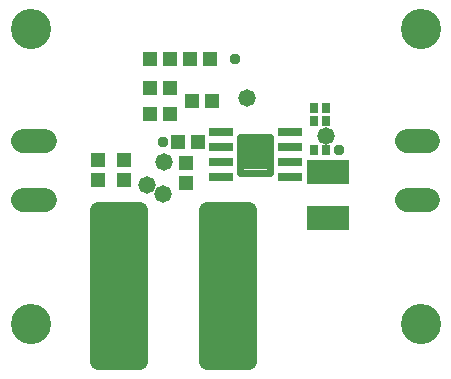
<source format=gbr>
G04 EAGLE Gerber RS-274X export*
G75*
%MOMM*%
%FSLAX34Y34*%
%LPD*%
%INSoldermask Top*%
%IPPOS*%
%AMOC8*
5,1,8,0,0,1.08239X$1,22.5*%
G01*
%ADD10R,2.103200X0.803200*%
%ADD11C,0.630638*%
%ADD12R,1.303200X1.203200*%
%ADD13R,0.803200X0.903200*%
%ADD14R,1.203200X1.303200*%
%ADD15C,1.386894*%
%ADD16R,3.603200X2.103200*%
%ADD17C,1.993900*%
%ADD18C,3.403200*%
%ADD19C,1.473200*%
%ADD20C,0.959600*%


D10*
X269000Y186650D03*
X211000Y186650D03*
X269000Y173950D03*
X269000Y199350D03*
X269000Y212050D03*
X211000Y173950D03*
X211000Y199350D03*
X211000Y212050D03*
D11*
X227387Y207863D02*
X252613Y207863D01*
X252613Y178137D01*
X227387Y178137D01*
X227387Y207863D01*
X227387Y184128D02*
X252613Y184128D01*
X252613Y190119D02*
X227387Y190119D01*
X227387Y196110D02*
X252613Y196110D01*
X252613Y202101D02*
X227387Y202101D01*
D12*
X191500Y204000D03*
X174500Y204000D03*
D13*
X300000Y233000D03*
X290000Y233000D03*
D14*
X181000Y186500D03*
X181000Y169500D03*
D15*
X199168Y146082D02*
X199168Y17918D01*
X199168Y146082D02*
X234832Y146082D01*
X234832Y17918D01*
X199168Y17918D01*
X199168Y31094D02*
X234832Y31094D01*
X234832Y44270D02*
X199168Y44270D01*
X199168Y57446D02*
X234832Y57446D01*
X234832Y70622D02*
X199168Y70622D01*
X199168Y83798D02*
X234832Y83798D01*
X234832Y96974D02*
X199168Y96974D01*
X199168Y110150D02*
X234832Y110150D01*
X234832Y123326D02*
X199168Y123326D01*
X199168Y136502D02*
X234832Y136502D01*
X107168Y146082D02*
X107168Y17918D01*
X107168Y146082D02*
X142832Y146082D01*
X142832Y17918D01*
X107168Y17918D01*
X107168Y31094D02*
X142832Y31094D01*
X142832Y44270D02*
X107168Y44270D01*
X107168Y57446D02*
X142832Y57446D01*
X142832Y70622D02*
X107168Y70622D01*
X107168Y83798D02*
X142832Y83798D01*
X142832Y96974D02*
X107168Y96974D01*
X107168Y110150D02*
X142832Y110150D01*
X142832Y123326D02*
X107168Y123326D01*
X107168Y136502D02*
X142832Y136502D01*
D12*
X186500Y239000D03*
X203500Y239000D03*
D14*
X167500Y274000D03*
X150500Y274000D03*
X201500Y274000D03*
X184500Y274000D03*
X129000Y171500D03*
X129000Y188500D03*
X107000Y171500D03*
X107000Y188500D03*
D16*
X302000Y178500D03*
X302000Y139500D03*
D17*
X368347Y205000D02*
X386254Y205000D01*
X386254Y155000D02*
X368347Y155000D01*
D18*
X50000Y300000D03*
X50000Y50000D03*
X380000Y50000D03*
D17*
X61654Y155000D02*
X43747Y155000D01*
X43747Y205000D02*
X61654Y205000D01*
D18*
X380000Y300000D03*
D14*
X167500Y228000D03*
X150500Y228000D03*
D12*
X167500Y250000D03*
X150500Y250000D03*
D13*
X290000Y222000D03*
X300000Y222000D03*
X300000Y197000D03*
X290000Y197000D03*
D19*
X162000Y160000D03*
X233000Y241000D03*
X300000Y209000D03*
X163000Y187000D03*
X148000Y168000D03*
D20*
X311000Y197000D03*
X162000Y204000D03*
X223000Y274000D03*
M02*

</source>
